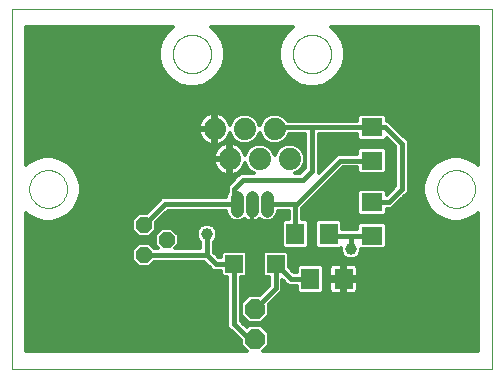
<source format=gtl>
G75*
G70*
%OFA0B0*%
%FSLAX24Y24*%
%IPPOS*%
%LPD*%
%AMOC8*
5,1,8,0,0,1.08239X$1,22.5*
%
%ADD10C,0.0000*%
%ADD11C,0.0436*%
%ADD12R,0.0709X0.0630*%
%ADD13R,0.0630X0.0709*%
%ADD14OC8,0.0520*%
%ADD15R,0.0591X0.0591*%
%ADD16C,0.0740*%
%ADD17OC8,0.0660*%
%ADD18C,0.0160*%
%ADD19C,0.0120*%
%ADD20C,0.0396*%
D10*
X000100Y000100D02*
X000100Y012100D01*
X016100Y012100D01*
X016100Y000100D01*
X000100Y000100D01*
X000670Y006100D02*
X000672Y006150D01*
X000678Y006200D01*
X000688Y006249D01*
X000702Y006297D01*
X000719Y006344D01*
X000740Y006389D01*
X000765Y006433D01*
X000793Y006474D01*
X000825Y006513D01*
X000859Y006550D01*
X000896Y006584D01*
X000936Y006614D01*
X000978Y006641D01*
X001022Y006665D01*
X001068Y006686D01*
X001115Y006702D01*
X001163Y006715D01*
X001213Y006724D01*
X001262Y006729D01*
X001313Y006730D01*
X001363Y006727D01*
X001412Y006720D01*
X001461Y006709D01*
X001509Y006694D01*
X001555Y006676D01*
X001600Y006654D01*
X001643Y006628D01*
X001684Y006599D01*
X001723Y006567D01*
X001759Y006532D01*
X001791Y006494D01*
X001821Y006454D01*
X001848Y006411D01*
X001871Y006367D01*
X001890Y006321D01*
X001906Y006273D01*
X001918Y006224D01*
X001926Y006175D01*
X001930Y006125D01*
X001930Y006075D01*
X001926Y006025D01*
X001918Y005976D01*
X001906Y005927D01*
X001890Y005879D01*
X001871Y005833D01*
X001848Y005789D01*
X001821Y005746D01*
X001791Y005706D01*
X001759Y005668D01*
X001723Y005633D01*
X001684Y005601D01*
X001643Y005572D01*
X001600Y005546D01*
X001555Y005524D01*
X001509Y005506D01*
X001461Y005491D01*
X001412Y005480D01*
X001363Y005473D01*
X001313Y005470D01*
X001262Y005471D01*
X001213Y005476D01*
X001163Y005485D01*
X001115Y005498D01*
X001068Y005514D01*
X001022Y005535D01*
X000978Y005559D01*
X000936Y005586D01*
X000896Y005616D01*
X000859Y005650D01*
X000825Y005687D01*
X000793Y005726D01*
X000765Y005767D01*
X000740Y005811D01*
X000719Y005856D01*
X000702Y005903D01*
X000688Y005951D01*
X000678Y006000D01*
X000672Y006050D01*
X000670Y006100D01*
X005460Y010600D02*
X005462Y010650D01*
X005468Y010700D01*
X005478Y010749D01*
X005491Y010798D01*
X005509Y010845D01*
X005530Y010891D01*
X005554Y010934D01*
X005582Y010976D01*
X005613Y011016D01*
X005647Y011053D01*
X005684Y011087D01*
X005724Y011118D01*
X005766Y011146D01*
X005809Y011170D01*
X005855Y011191D01*
X005902Y011209D01*
X005951Y011222D01*
X006000Y011232D01*
X006050Y011238D01*
X006100Y011240D01*
X006150Y011238D01*
X006200Y011232D01*
X006249Y011222D01*
X006298Y011209D01*
X006345Y011191D01*
X006391Y011170D01*
X006434Y011146D01*
X006476Y011118D01*
X006516Y011087D01*
X006553Y011053D01*
X006587Y011016D01*
X006618Y010976D01*
X006646Y010934D01*
X006670Y010891D01*
X006691Y010845D01*
X006709Y010798D01*
X006722Y010749D01*
X006732Y010700D01*
X006738Y010650D01*
X006740Y010600D01*
X006738Y010550D01*
X006732Y010500D01*
X006722Y010451D01*
X006709Y010402D01*
X006691Y010355D01*
X006670Y010309D01*
X006646Y010266D01*
X006618Y010224D01*
X006587Y010184D01*
X006553Y010147D01*
X006516Y010113D01*
X006476Y010082D01*
X006434Y010054D01*
X006391Y010030D01*
X006345Y010009D01*
X006298Y009991D01*
X006249Y009978D01*
X006200Y009968D01*
X006150Y009962D01*
X006100Y009960D01*
X006050Y009962D01*
X006000Y009968D01*
X005951Y009978D01*
X005902Y009991D01*
X005855Y010009D01*
X005809Y010030D01*
X005766Y010054D01*
X005724Y010082D01*
X005684Y010113D01*
X005647Y010147D01*
X005613Y010184D01*
X005582Y010224D01*
X005554Y010266D01*
X005530Y010309D01*
X005509Y010355D01*
X005491Y010402D01*
X005478Y010451D01*
X005468Y010500D01*
X005462Y010550D01*
X005460Y010600D01*
X009460Y010600D02*
X009462Y010650D01*
X009468Y010700D01*
X009478Y010749D01*
X009491Y010798D01*
X009509Y010845D01*
X009530Y010891D01*
X009554Y010934D01*
X009582Y010976D01*
X009613Y011016D01*
X009647Y011053D01*
X009684Y011087D01*
X009724Y011118D01*
X009766Y011146D01*
X009809Y011170D01*
X009855Y011191D01*
X009902Y011209D01*
X009951Y011222D01*
X010000Y011232D01*
X010050Y011238D01*
X010100Y011240D01*
X010150Y011238D01*
X010200Y011232D01*
X010249Y011222D01*
X010298Y011209D01*
X010345Y011191D01*
X010391Y011170D01*
X010434Y011146D01*
X010476Y011118D01*
X010516Y011087D01*
X010553Y011053D01*
X010587Y011016D01*
X010618Y010976D01*
X010646Y010934D01*
X010670Y010891D01*
X010691Y010845D01*
X010709Y010798D01*
X010722Y010749D01*
X010732Y010700D01*
X010738Y010650D01*
X010740Y010600D01*
X010738Y010550D01*
X010732Y010500D01*
X010722Y010451D01*
X010709Y010402D01*
X010691Y010355D01*
X010670Y010309D01*
X010646Y010266D01*
X010618Y010224D01*
X010587Y010184D01*
X010553Y010147D01*
X010516Y010113D01*
X010476Y010082D01*
X010434Y010054D01*
X010391Y010030D01*
X010345Y010009D01*
X010298Y009991D01*
X010249Y009978D01*
X010200Y009968D01*
X010150Y009962D01*
X010100Y009960D01*
X010050Y009962D01*
X010000Y009968D01*
X009951Y009978D01*
X009902Y009991D01*
X009855Y010009D01*
X009809Y010030D01*
X009766Y010054D01*
X009724Y010082D01*
X009684Y010113D01*
X009647Y010147D01*
X009613Y010184D01*
X009582Y010224D01*
X009554Y010266D01*
X009530Y010309D01*
X009509Y010355D01*
X009491Y010402D01*
X009478Y010451D01*
X009468Y010500D01*
X009462Y010550D01*
X009460Y010600D01*
X014270Y006100D02*
X014272Y006150D01*
X014278Y006200D01*
X014288Y006249D01*
X014302Y006297D01*
X014319Y006344D01*
X014340Y006389D01*
X014365Y006433D01*
X014393Y006474D01*
X014425Y006513D01*
X014459Y006550D01*
X014496Y006584D01*
X014536Y006614D01*
X014578Y006641D01*
X014622Y006665D01*
X014668Y006686D01*
X014715Y006702D01*
X014763Y006715D01*
X014813Y006724D01*
X014862Y006729D01*
X014913Y006730D01*
X014963Y006727D01*
X015012Y006720D01*
X015061Y006709D01*
X015109Y006694D01*
X015155Y006676D01*
X015200Y006654D01*
X015243Y006628D01*
X015284Y006599D01*
X015323Y006567D01*
X015359Y006532D01*
X015391Y006494D01*
X015421Y006454D01*
X015448Y006411D01*
X015471Y006367D01*
X015490Y006321D01*
X015506Y006273D01*
X015518Y006224D01*
X015526Y006175D01*
X015530Y006125D01*
X015530Y006075D01*
X015526Y006025D01*
X015518Y005976D01*
X015506Y005927D01*
X015490Y005879D01*
X015471Y005833D01*
X015448Y005789D01*
X015421Y005746D01*
X015391Y005706D01*
X015359Y005668D01*
X015323Y005633D01*
X015284Y005601D01*
X015243Y005572D01*
X015200Y005546D01*
X015155Y005524D01*
X015109Y005506D01*
X015061Y005491D01*
X015012Y005480D01*
X014963Y005473D01*
X014913Y005470D01*
X014862Y005471D01*
X014813Y005476D01*
X014763Y005485D01*
X014715Y005498D01*
X014668Y005514D01*
X014622Y005535D01*
X014578Y005559D01*
X014536Y005586D01*
X014496Y005616D01*
X014459Y005650D01*
X014425Y005687D01*
X014393Y005726D01*
X014365Y005767D01*
X014340Y005811D01*
X014319Y005856D01*
X014302Y005903D01*
X014288Y005951D01*
X014278Y006000D01*
X014272Y006050D01*
X014270Y006100D01*
D11*
X008600Y005818D02*
X008600Y005382D01*
X008100Y005382D02*
X008100Y005818D01*
X007600Y005818D02*
X007600Y005382D01*
D12*
X012100Y005651D03*
X012100Y004549D03*
X012100Y007049D03*
X012100Y008151D03*
D13*
X010651Y004600D03*
X009549Y004600D03*
X010049Y003100D03*
X011151Y003100D03*
D14*
X005250Y004400D03*
X004500Y003900D03*
X004500Y004900D03*
D15*
X007511Y003600D03*
X008889Y003600D03*
D16*
X009350Y007100D03*
X008350Y007100D03*
X007350Y007100D03*
X006850Y008100D03*
X007850Y008100D03*
X008850Y008100D03*
D17*
X008200Y002100D03*
X008200Y001100D03*
D18*
X008000Y001100D01*
X007500Y001600D01*
X007500Y003589D01*
X007511Y003600D01*
X006900Y003600D01*
X006600Y003900D01*
X004500Y003900D01*
X004500Y004900D02*
X005200Y005600D01*
X007600Y005600D01*
X007510Y005690D01*
X007510Y006110D01*
X007800Y006400D01*
X009800Y006400D01*
X010100Y006700D01*
X010100Y008151D01*
X008901Y008151D01*
X008850Y008100D01*
X010100Y008151D02*
X012100Y008151D01*
X012549Y008151D01*
X013100Y007600D01*
X013100Y006100D01*
X012651Y005651D01*
X012100Y005651D01*
X012100Y004549D02*
X011400Y004549D01*
X011400Y004100D01*
X011400Y004549D02*
X010702Y004549D01*
X010651Y004600D01*
X010600Y004549D01*
X009549Y004600D02*
X009549Y005549D01*
X009498Y005600D01*
X008600Y005600D01*
X009549Y005549D02*
X011049Y007049D01*
X012100Y007049D01*
X008900Y003600D02*
X009400Y003100D01*
X010049Y003100D01*
X008889Y002789D02*
X008200Y002100D01*
X008889Y002789D02*
X008889Y003600D01*
X008900Y003600D01*
X006600Y003900D02*
X006600Y004600D01*
X006850Y008100D02*
X006799Y008151D01*
D19*
X006810Y008140D02*
X006810Y008630D01*
X006808Y008630D01*
X006726Y008617D01*
X006647Y008591D01*
X006572Y008553D01*
X006505Y008504D01*
X006446Y008445D01*
X006397Y008378D01*
X006359Y008303D01*
X006333Y008224D01*
X006320Y008142D01*
X006320Y008140D01*
X006810Y008140D01*
X006890Y008140D01*
X006890Y008630D01*
X006892Y008630D01*
X006974Y008617D01*
X007053Y008591D01*
X007128Y008553D01*
X007195Y008504D01*
X007254Y008445D01*
X007303Y008378D01*
X007341Y008303D01*
X007359Y008248D01*
X007418Y008389D01*
X007561Y008532D01*
X007749Y008610D01*
X007951Y008610D01*
X008139Y008532D01*
X008282Y008389D01*
X008350Y008226D01*
X008418Y008389D01*
X008561Y008532D01*
X008749Y008610D01*
X008951Y008610D01*
X009139Y008532D01*
X009282Y008389D01*
X009290Y008371D01*
X011606Y008371D01*
X011606Y008524D01*
X011688Y008606D01*
X012512Y008606D01*
X012594Y008524D01*
X012594Y008371D01*
X012640Y008371D01*
X013191Y007820D01*
X013320Y007691D01*
X013320Y006009D01*
X013191Y005880D01*
X012742Y005431D01*
X012594Y005431D01*
X012594Y005278D01*
X012512Y005196D01*
X011688Y005196D01*
X011606Y005278D01*
X011606Y006024D01*
X011688Y006106D01*
X012512Y006106D01*
X012594Y006024D01*
X012594Y005905D01*
X012880Y006191D01*
X012880Y007509D01*
X012594Y007795D01*
X012594Y007778D01*
X012512Y007696D01*
X011688Y007696D01*
X011606Y007778D01*
X011606Y007931D01*
X010320Y007931D01*
X010320Y006631D01*
X010829Y007140D01*
X010958Y007269D01*
X011606Y007269D01*
X011606Y007422D01*
X011688Y007504D01*
X012512Y007504D01*
X012594Y007422D01*
X012594Y006676D01*
X012512Y006594D01*
X011688Y006594D01*
X011606Y006676D01*
X011606Y006829D01*
X011140Y006829D01*
X009769Y005458D01*
X009769Y005094D01*
X009922Y005094D01*
X010004Y005012D01*
X010004Y004188D01*
X009922Y004106D01*
X009176Y004106D01*
X009094Y004188D01*
X009094Y005012D01*
X009176Y005094D01*
X009329Y005094D01*
X009329Y005380D01*
X008958Y005380D01*
X008958Y005311D01*
X008904Y005179D01*
X008803Y005078D01*
X008671Y005024D01*
X008529Y005024D01*
X008397Y005078D01*
X008364Y005111D01*
X008341Y005088D01*
X008279Y005047D01*
X008210Y005018D01*
X008137Y005004D01*
X008100Y005004D01*
X008100Y005600D01*
X008100Y005004D01*
X008063Y005004D01*
X007990Y005018D01*
X007921Y005047D01*
X007859Y005088D01*
X007836Y005111D01*
X007803Y005078D01*
X007671Y005024D01*
X007529Y005024D01*
X007397Y005078D01*
X007296Y005179D01*
X007242Y005311D01*
X007242Y005380D01*
X005291Y005380D01*
X004900Y004989D01*
X004900Y004734D01*
X004666Y004500D01*
X004334Y004500D01*
X004100Y004734D01*
X004100Y005066D01*
X004334Y005300D01*
X004589Y005300D01*
X005109Y005820D01*
X007242Y005820D01*
X007242Y005889D01*
X007290Y006005D01*
X007290Y006201D01*
X007580Y006491D01*
X007709Y006620D01*
X008176Y006620D01*
X008061Y006668D01*
X007918Y006811D01*
X007795Y006811D01*
X007803Y006822D02*
X007841Y006897D01*
X007859Y006952D01*
X007918Y006811D01*
X007803Y006822D02*
X007754Y006755D01*
X007695Y006696D01*
X007628Y006647D01*
X007553Y006609D01*
X007474Y006583D01*
X007392Y006570D01*
X007390Y006570D01*
X007390Y007060D01*
X007310Y007060D01*
X007310Y006570D01*
X007308Y006570D01*
X007226Y006583D01*
X007147Y006609D01*
X007072Y006647D01*
X007005Y006696D01*
X006946Y006755D01*
X006897Y006822D01*
X006859Y006897D01*
X006833Y006976D01*
X006820Y007058D01*
X006820Y007060D01*
X007310Y007060D01*
X007310Y007140D01*
X007310Y007630D01*
X007308Y007630D01*
X007226Y007617D01*
X007147Y007591D01*
X007072Y007553D01*
X007005Y007504D01*
X006946Y007445D01*
X006897Y007378D01*
X006859Y007303D01*
X006833Y007224D01*
X006820Y007142D01*
X006820Y007140D01*
X007310Y007140D01*
X007390Y007140D01*
X007390Y007630D01*
X007392Y007630D01*
X007474Y007617D01*
X007553Y007591D01*
X007628Y007553D01*
X007695Y007504D01*
X007754Y007445D01*
X007803Y007378D01*
X007841Y007303D01*
X007859Y007248D01*
X007918Y007389D01*
X008061Y007532D01*
X008249Y007610D01*
X008451Y007610D01*
X008639Y007532D01*
X008782Y007389D01*
X008850Y007226D01*
X008918Y007389D01*
X009061Y007532D01*
X009249Y007610D01*
X009451Y007610D01*
X009639Y007532D01*
X009782Y007389D01*
X009860Y007201D01*
X009860Y006999D01*
X009782Y006811D01*
X009880Y006811D01*
X009880Y006791D02*
X009709Y006620D01*
X009524Y006620D01*
X009639Y006668D01*
X009782Y006811D01*
X009880Y006791D02*
X009880Y007931D01*
X009332Y007931D01*
X009282Y007811D01*
X009139Y007668D01*
X008951Y007590D01*
X008749Y007590D01*
X008561Y007668D01*
X008418Y007811D01*
X008350Y007974D01*
X008282Y007811D01*
X008139Y007668D01*
X007951Y007590D01*
X007749Y007590D01*
X007561Y007668D01*
X007418Y007811D01*
X007359Y007952D01*
X007341Y007897D01*
X007303Y007822D01*
X007254Y007755D01*
X007195Y007696D01*
X007128Y007647D01*
X007053Y007609D01*
X006974Y007583D01*
X006892Y007570D01*
X006890Y007570D01*
X006890Y008060D01*
X006810Y008060D01*
X006810Y007570D01*
X006808Y007570D01*
X006726Y007583D01*
X006647Y007609D01*
X006572Y007647D01*
X006505Y007696D01*
X006446Y007755D01*
X006397Y007822D01*
X006359Y007897D01*
X006333Y007976D01*
X006320Y008058D01*
X006320Y008060D01*
X006810Y008060D01*
X006810Y008140D01*
X006810Y008115D02*
X000560Y008115D01*
X000560Y008233D02*
X006336Y008233D01*
X006383Y008352D02*
X000560Y008352D01*
X000560Y008470D02*
X006470Y008470D01*
X006641Y008589D02*
X000560Y008589D01*
X000560Y008707D02*
X015640Y008707D01*
X015640Y008589D02*
X012530Y008589D01*
X012594Y008470D02*
X015640Y008470D01*
X015640Y008352D02*
X012660Y008352D01*
X012778Y008233D02*
X015640Y008233D01*
X015640Y008115D02*
X012897Y008115D01*
X013015Y007996D02*
X015640Y007996D01*
X015640Y007878D02*
X013134Y007878D01*
X013252Y007759D02*
X015640Y007759D01*
X015640Y007641D02*
X013320Y007641D01*
X013320Y007522D02*
X015640Y007522D01*
X015640Y007404D02*
X013320Y007404D01*
X013320Y007285D02*
X015640Y007285D01*
X015640Y007167D02*
X015131Y007167D01*
X015043Y007190D02*
X014757Y007190D01*
X014479Y007116D01*
X014231Y006972D01*
X014028Y006769D01*
X013884Y006521D01*
X013810Y006243D01*
X013810Y005957D01*
X013884Y005679D01*
X014028Y005431D01*
X014231Y005228D01*
X014479Y005084D01*
X014757Y005010D01*
X015043Y005010D01*
X015321Y005084D01*
X015569Y005228D01*
X015640Y005299D01*
X015640Y000700D01*
X008465Y000700D01*
X008670Y000905D01*
X008670Y001295D01*
X008395Y001570D01*
X008005Y001570D01*
X007923Y001488D01*
X007720Y001691D01*
X007720Y003165D01*
X007864Y003165D01*
X007946Y003247D01*
X007946Y003953D01*
X007864Y004035D01*
X007158Y004035D01*
X007076Y003953D01*
X007076Y003820D01*
X006991Y003820D01*
X006820Y003991D01*
X006820Y004342D01*
X006887Y004408D01*
X006938Y004533D01*
X006938Y004667D01*
X006887Y004792D01*
X006792Y004887D01*
X006667Y004938D01*
X006533Y004938D01*
X006408Y004887D01*
X006313Y004792D01*
X006262Y004667D01*
X006262Y004533D01*
X006313Y004408D01*
X006380Y004342D01*
X006380Y004120D01*
X005536Y004120D01*
X005650Y004234D01*
X005650Y004566D01*
X005416Y004800D01*
X005084Y004800D01*
X004850Y004566D01*
X004850Y004234D01*
X004964Y004120D01*
X004846Y004120D01*
X004666Y004300D01*
X004334Y004300D01*
X004100Y004066D01*
X004100Y003734D01*
X004334Y003500D01*
X004666Y003500D01*
X004846Y003680D01*
X006509Y003680D01*
X006809Y003380D01*
X007076Y003380D01*
X007076Y003247D01*
X007158Y003165D01*
X007280Y003165D01*
X007280Y001509D01*
X007409Y001380D01*
X007730Y001059D01*
X007730Y000905D01*
X007935Y000700D01*
X000560Y000700D01*
X000560Y005299D01*
X000631Y005228D01*
X000879Y005084D01*
X001157Y005010D01*
X001443Y005010D01*
X001721Y005084D01*
X001969Y005228D01*
X002172Y005431D01*
X002316Y005679D01*
X002390Y005957D01*
X002390Y006243D01*
X002316Y006521D01*
X002172Y006769D01*
X001969Y006972D01*
X001721Y007116D01*
X001443Y007190D01*
X001157Y007190D01*
X000879Y007116D01*
X000631Y006972D01*
X000560Y006901D01*
X000560Y011500D01*
X005459Y011500D01*
X005425Y011480D01*
X005220Y011275D01*
X005075Y011025D01*
X005000Y010745D01*
X005000Y010455D01*
X005075Y010175D01*
X005220Y009925D01*
X005425Y009720D01*
X005675Y009575D01*
X005955Y009500D01*
X006245Y009500D01*
X006525Y009575D01*
X006775Y009720D01*
X006980Y009925D01*
X007125Y010175D01*
X007200Y010455D01*
X007200Y010745D01*
X007125Y011025D01*
X006980Y011275D01*
X006775Y011480D01*
X006741Y011500D01*
X009459Y011500D01*
X009425Y011480D01*
X009220Y011275D01*
X009075Y011025D01*
X009000Y010745D01*
X009000Y010455D01*
X009075Y010175D01*
X009220Y009925D01*
X009425Y009720D01*
X009675Y009575D01*
X009955Y009500D01*
X010245Y009500D01*
X010525Y009575D01*
X010775Y009720D01*
X010980Y009925D01*
X011125Y010175D01*
X011200Y010455D01*
X011200Y010745D01*
X011125Y011025D01*
X010980Y011275D01*
X010775Y011480D01*
X010741Y011500D01*
X015640Y011500D01*
X015640Y006901D01*
X015569Y006972D01*
X015321Y007116D01*
X015043Y007190D01*
X014669Y007167D02*
X013320Y007167D01*
X013320Y007048D02*
X014362Y007048D01*
X014188Y006930D02*
X013320Y006930D01*
X013320Y006811D02*
X014070Y006811D01*
X013984Y006693D02*
X013320Y006693D01*
X013320Y006574D02*
X013915Y006574D01*
X013867Y006456D02*
X013320Y006456D01*
X013320Y006337D02*
X013835Y006337D01*
X013810Y006219D02*
X013320Y006219D01*
X013320Y006100D02*
X013810Y006100D01*
X013810Y005981D02*
X013293Y005981D01*
X013174Y005863D02*
X013835Y005863D01*
X013867Y005744D02*
X013056Y005744D01*
X012937Y005626D02*
X013915Y005626D01*
X013984Y005507D02*
X012819Y005507D01*
X012594Y005389D02*
X014070Y005389D01*
X014188Y005270D02*
X012587Y005270D01*
X012512Y005004D02*
X012594Y004922D01*
X012594Y004176D01*
X012512Y004094D01*
X011738Y004094D01*
X011738Y004033D01*
X011687Y003908D01*
X011592Y003813D01*
X011467Y003762D01*
X011333Y003762D01*
X011208Y003813D01*
X011113Y003908D01*
X011062Y004033D01*
X011062Y004143D01*
X011024Y004106D01*
X010278Y004106D01*
X010196Y004188D01*
X010196Y005012D01*
X010278Y005094D01*
X011024Y005094D01*
X011106Y005012D01*
X011106Y004769D01*
X011606Y004769D01*
X011606Y004922D01*
X011688Y005004D01*
X012512Y005004D01*
X012594Y004915D02*
X015640Y004915D01*
X015640Y005033D02*
X015131Y005033D01*
X015438Y005152D02*
X015640Y005152D01*
X015640Y005270D02*
X015612Y005270D01*
X015640Y004796D02*
X012594Y004796D01*
X012594Y004678D02*
X015640Y004678D01*
X015640Y004559D02*
X012594Y004559D01*
X012594Y004441D02*
X015640Y004441D01*
X015640Y004322D02*
X012594Y004322D01*
X012594Y004204D02*
X015640Y004204D01*
X015640Y004085D02*
X011738Y004085D01*
X011711Y003967D02*
X015640Y003967D01*
X015640Y003848D02*
X011627Y003848D01*
X011528Y003603D02*
X011487Y003614D01*
X011211Y003614D01*
X011211Y003160D01*
X011091Y003160D01*
X011091Y003040D01*
X010676Y003040D01*
X010676Y002725D01*
X010687Y002684D01*
X010708Y002647D01*
X010738Y002618D01*
X010774Y002597D01*
X010815Y002586D01*
X011091Y002586D01*
X011091Y003040D01*
X011211Y003040D01*
X011211Y002586D01*
X011487Y002586D01*
X011528Y002597D01*
X011564Y002618D01*
X011594Y002647D01*
X011615Y002684D01*
X011626Y002725D01*
X011626Y003040D01*
X011211Y003040D01*
X011211Y003160D01*
X011626Y003160D01*
X011626Y003475D01*
X011615Y003516D01*
X011594Y003553D01*
X011564Y003582D01*
X011528Y003603D01*
X011498Y003611D02*
X015640Y003611D01*
X015640Y003493D02*
X011621Y003493D01*
X011626Y003374D02*
X015640Y003374D01*
X015640Y003256D02*
X011626Y003256D01*
X011626Y003019D02*
X015640Y003019D01*
X015640Y003137D02*
X011211Y003137D01*
X011211Y003019D02*
X011091Y003019D01*
X011091Y003137D02*
X010504Y003137D01*
X010504Y003019D02*
X010676Y003019D01*
X010676Y002900D02*
X010504Y002900D01*
X010504Y002782D02*
X010676Y002782D01*
X010699Y002663D02*
X010480Y002663D01*
X010504Y002688D02*
X010504Y003512D01*
X010422Y003594D01*
X009676Y003594D01*
X009594Y003512D01*
X009594Y003320D01*
X009491Y003320D01*
X009324Y003487D01*
X009324Y003953D01*
X009242Y004035D01*
X008536Y004035D01*
X008454Y003953D01*
X008454Y003247D01*
X008536Y003165D01*
X008669Y003165D01*
X008669Y002880D01*
X008359Y002570D01*
X008005Y002570D01*
X007730Y002295D01*
X007730Y001905D01*
X008005Y001630D01*
X008395Y001630D01*
X008670Y001905D01*
X008670Y002259D01*
X009109Y002698D01*
X009109Y003080D01*
X009180Y003009D01*
X009309Y002880D01*
X009594Y002880D01*
X009594Y002688D01*
X009676Y002606D01*
X010422Y002606D01*
X010504Y002688D01*
X010676Y003160D02*
X011091Y003160D01*
X011091Y003614D01*
X010815Y003614D01*
X010774Y003603D01*
X010738Y003582D01*
X010708Y003553D01*
X010687Y003516D01*
X010676Y003475D01*
X010676Y003160D01*
X010676Y003256D02*
X010504Y003256D01*
X010504Y003374D02*
X010676Y003374D01*
X010681Y003493D02*
X010504Y003493D01*
X010805Y003611D02*
X009324Y003611D01*
X009324Y003493D02*
X009594Y003493D01*
X009594Y003374D02*
X009437Y003374D01*
X009324Y003730D02*
X015640Y003730D01*
X015640Y002900D02*
X011626Y002900D01*
X011626Y002782D02*
X015640Y002782D01*
X015640Y002663D02*
X011603Y002663D01*
X011211Y002663D02*
X011091Y002663D01*
X011091Y002782D02*
X011211Y002782D01*
X011211Y002900D02*
X011091Y002900D01*
X011091Y003256D02*
X011211Y003256D01*
X011211Y003374D02*
X011091Y003374D01*
X011091Y003493D02*
X011211Y003493D01*
X011211Y003611D02*
X011091Y003611D01*
X011173Y003848D02*
X009324Y003848D01*
X009311Y003967D02*
X011089Y003967D01*
X011062Y004085D02*
X006820Y004085D01*
X006820Y004204D02*
X009094Y004204D01*
X009094Y004322D02*
X006820Y004322D01*
X006900Y004441D02*
X009094Y004441D01*
X009094Y004559D02*
X006938Y004559D01*
X006934Y004678D02*
X009094Y004678D01*
X009094Y004796D02*
X006882Y004796D01*
X006723Y004915D02*
X009094Y004915D01*
X009115Y005033D02*
X008695Y005033D01*
X008505Y005033D02*
X008247Y005033D01*
X008100Y005033D02*
X008100Y005033D01*
X008100Y005152D02*
X008100Y005152D01*
X008100Y005270D02*
X008100Y005270D01*
X008100Y005389D02*
X008100Y005389D01*
X008100Y005507D02*
X008100Y005507D01*
X008100Y005600D02*
X008100Y005600D01*
X007953Y005033D02*
X007695Y005033D01*
X007505Y005033D02*
X004945Y005033D01*
X004900Y004915D02*
X006477Y004915D01*
X006318Y004796D02*
X005419Y004796D01*
X005538Y004678D02*
X006266Y004678D01*
X006262Y004559D02*
X005650Y004559D01*
X005650Y004441D02*
X006300Y004441D01*
X006380Y004322D02*
X005650Y004322D01*
X005620Y004204D02*
X006380Y004204D01*
X006844Y003967D02*
X007089Y003967D01*
X007076Y003848D02*
X006963Y003848D01*
X006696Y003493D02*
X000560Y003493D01*
X000560Y003611D02*
X004223Y003611D01*
X004104Y003730D02*
X000560Y003730D01*
X000560Y003848D02*
X004100Y003848D01*
X004100Y003967D02*
X000560Y003967D01*
X000560Y004085D02*
X004120Y004085D01*
X004238Y004204D02*
X000560Y004204D01*
X000560Y004322D02*
X004850Y004322D01*
X004850Y004441D02*
X000560Y004441D01*
X000560Y004559D02*
X004275Y004559D01*
X004156Y004678D02*
X000560Y004678D01*
X000560Y004796D02*
X004100Y004796D01*
X004100Y004915D02*
X000560Y004915D01*
X000560Y005033D02*
X001069Y005033D01*
X000762Y005152D02*
X000560Y005152D01*
X000560Y005270D02*
X000588Y005270D01*
X001531Y005033D02*
X004100Y005033D01*
X004186Y005152D02*
X001838Y005152D01*
X002012Y005270D02*
X004305Y005270D01*
X004678Y005389D02*
X002130Y005389D01*
X002216Y005507D02*
X004796Y005507D01*
X004915Y005626D02*
X002285Y005626D01*
X002333Y005744D02*
X005033Y005744D01*
X005182Y005270D02*
X007259Y005270D01*
X007323Y005152D02*
X005063Y005152D01*
X005081Y004796D02*
X004900Y004796D01*
X004844Y004678D02*
X004962Y004678D01*
X004850Y004559D02*
X004725Y004559D01*
X004762Y004204D02*
X004880Y004204D01*
X004777Y003611D02*
X006577Y003611D01*
X007076Y003374D02*
X000560Y003374D01*
X000560Y003256D02*
X007076Y003256D01*
X007280Y003137D02*
X000560Y003137D01*
X000560Y003019D02*
X007280Y003019D01*
X007280Y002900D02*
X000560Y002900D01*
X000560Y002782D02*
X007280Y002782D01*
X007280Y002663D02*
X000560Y002663D01*
X000560Y002545D02*
X007280Y002545D01*
X007280Y002426D02*
X000560Y002426D01*
X000560Y002308D02*
X007280Y002308D01*
X007280Y002189D02*
X000560Y002189D01*
X000560Y002071D02*
X007280Y002071D01*
X007280Y001952D02*
X000560Y001952D01*
X000560Y001834D02*
X007280Y001834D01*
X007280Y001715D02*
X000560Y001715D01*
X000560Y001597D02*
X007280Y001597D01*
X007310Y001478D02*
X000560Y001478D01*
X000560Y001360D02*
X007429Y001360D01*
X007547Y001241D02*
X000560Y001241D01*
X000560Y001123D02*
X007666Y001123D01*
X007730Y001004D02*
X000560Y001004D01*
X000560Y000886D02*
X007749Y000886D01*
X007868Y000767D02*
X000560Y000767D01*
X002365Y005863D02*
X007242Y005863D01*
X007280Y005981D02*
X002390Y005981D01*
X002390Y006100D02*
X007290Y006100D01*
X007307Y006219D02*
X002390Y006219D01*
X002365Y006337D02*
X007426Y006337D01*
X007544Y006456D02*
X002333Y006456D01*
X002285Y006574D02*
X007283Y006574D01*
X007310Y006574D02*
X007390Y006574D01*
X007417Y006574D02*
X007663Y006574D01*
X007691Y006693D02*
X008036Y006693D01*
X007869Y006930D02*
X007852Y006930D01*
X007847Y007285D02*
X007875Y007285D01*
X007932Y007404D02*
X007785Y007404D01*
X007671Y007522D02*
X008051Y007522D01*
X008073Y007641D02*
X008627Y007641D01*
X008649Y007522D02*
X009051Y007522D01*
X009073Y007641D02*
X009880Y007641D01*
X009880Y007759D02*
X009230Y007759D01*
X009310Y007878D02*
X009880Y007878D01*
X009880Y007522D02*
X009649Y007522D01*
X009768Y007404D02*
X009880Y007404D01*
X009880Y007285D02*
X009825Y007285D01*
X009860Y007167D02*
X009880Y007167D01*
X009880Y007048D02*
X009860Y007048D01*
X009880Y006930D02*
X009831Y006930D01*
X009781Y006693D02*
X009664Y006693D01*
X010320Y006693D02*
X010381Y006693D01*
X010320Y006811D02*
X010500Y006811D01*
X010618Y006930D02*
X010320Y006930D01*
X010320Y007048D02*
X010737Y007048D01*
X010855Y007167D02*
X010320Y007167D01*
X010320Y007285D02*
X011606Y007285D01*
X011606Y007404D02*
X010320Y007404D01*
X010320Y007522D02*
X012867Y007522D01*
X012880Y007404D02*
X012594Y007404D01*
X012594Y007285D02*
X012880Y007285D01*
X012880Y007167D02*
X012594Y007167D01*
X012594Y007048D02*
X012880Y007048D01*
X012880Y006930D02*
X012594Y006930D01*
X012594Y006811D02*
X012880Y006811D01*
X012880Y006693D02*
X012594Y006693D01*
X012880Y006574D02*
X010885Y006574D01*
X010767Y006456D02*
X012880Y006456D01*
X012880Y006337D02*
X010648Y006337D01*
X010530Y006219D02*
X012880Y006219D01*
X012789Y006100D02*
X012518Y006100D01*
X012594Y005981D02*
X012670Y005981D01*
X011682Y006100D02*
X010411Y006100D01*
X010293Y005981D02*
X011606Y005981D01*
X011606Y005863D02*
X010174Y005863D01*
X010056Y005744D02*
X011606Y005744D01*
X011606Y005626D02*
X009937Y005626D01*
X009819Y005507D02*
X011606Y005507D01*
X011606Y005389D02*
X009769Y005389D01*
X009769Y005270D02*
X011613Y005270D01*
X011606Y004915D02*
X011106Y004915D01*
X011106Y004796D02*
X011606Y004796D01*
X011085Y005033D02*
X014669Y005033D01*
X014362Y005152D02*
X009769Y005152D01*
X009983Y005033D02*
X010217Y005033D01*
X010196Y004915D02*
X010004Y004915D01*
X010004Y004796D02*
X010196Y004796D01*
X010196Y004678D02*
X010004Y004678D01*
X010004Y004559D02*
X010196Y004559D01*
X010196Y004441D02*
X010004Y004441D01*
X010004Y004322D02*
X010196Y004322D01*
X010196Y004204D02*
X010004Y004204D01*
X009329Y005152D02*
X008877Y005152D01*
X008941Y005270D02*
X009329Y005270D01*
X008467Y003967D02*
X007933Y003967D01*
X007946Y003848D02*
X008454Y003848D01*
X008454Y003730D02*
X007946Y003730D01*
X007946Y003611D02*
X008454Y003611D01*
X008454Y003493D02*
X007946Y003493D01*
X007946Y003374D02*
X008454Y003374D01*
X008454Y003256D02*
X007946Y003256D01*
X007720Y003137D02*
X008669Y003137D01*
X008669Y003019D02*
X007720Y003019D01*
X007720Y002900D02*
X008669Y002900D01*
X008571Y002782D02*
X007720Y002782D01*
X007720Y002663D02*
X008452Y002663D01*
X008838Y002426D02*
X015640Y002426D01*
X015640Y002308D02*
X008719Y002308D01*
X008670Y002189D02*
X015640Y002189D01*
X015640Y002071D02*
X008670Y002071D01*
X008670Y001952D02*
X015640Y001952D01*
X015640Y001834D02*
X008599Y001834D01*
X008480Y001715D02*
X015640Y001715D01*
X015640Y001597D02*
X007814Y001597D01*
X007720Y001715D02*
X007920Y001715D01*
X007801Y001834D02*
X007720Y001834D01*
X007720Y001952D02*
X007730Y001952D01*
X007720Y002071D02*
X007730Y002071D01*
X007720Y002189D02*
X007730Y002189D01*
X007720Y002308D02*
X007743Y002308D01*
X007720Y002426D02*
X007862Y002426D01*
X007980Y002545D02*
X007720Y002545D01*
X008956Y002545D02*
X015640Y002545D01*
X015640Y001478D02*
X008486Y001478D01*
X008605Y001360D02*
X015640Y001360D01*
X015640Y001241D02*
X008670Y001241D01*
X008670Y001123D02*
X015640Y001123D01*
X015640Y001004D02*
X008670Y001004D01*
X008651Y000886D02*
X015640Y000886D01*
X015640Y000767D02*
X008532Y000767D01*
X009075Y002663D02*
X009618Y002663D01*
X009594Y002782D02*
X009109Y002782D01*
X009109Y002900D02*
X009288Y002900D01*
X009170Y003019D02*
X009109Y003019D01*
X007390Y006693D02*
X007310Y006693D01*
X007310Y006811D02*
X007390Y006811D01*
X007390Y006930D02*
X007310Y006930D01*
X007310Y007048D02*
X007390Y007048D01*
X007390Y007167D02*
X007310Y007167D01*
X007310Y007285D02*
X007390Y007285D01*
X007390Y007404D02*
X007310Y007404D01*
X007310Y007522D02*
X007390Y007522D01*
X007470Y007759D02*
X007257Y007759D01*
X007331Y007878D02*
X007390Y007878D01*
X007627Y007641D02*
X007116Y007641D01*
X007029Y007522D02*
X000560Y007522D01*
X000560Y007404D02*
X006915Y007404D01*
X006853Y007285D02*
X000560Y007285D01*
X000560Y007167D02*
X001069Y007167D01*
X000762Y007048D02*
X000560Y007048D01*
X000560Y006930D02*
X000588Y006930D01*
X000560Y007641D02*
X006584Y007641D01*
X006443Y007759D02*
X000560Y007759D01*
X000560Y007878D02*
X006369Y007878D01*
X006330Y007996D02*
X000560Y007996D01*
X000560Y008826D02*
X015640Y008826D01*
X015640Y008944D02*
X000560Y008944D01*
X000560Y009063D02*
X015640Y009063D01*
X015640Y009181D02*
X000560Y009181D01*
X000560Y009300D02*
X015640Y009300D01*
X015640Y009418D02*
X000560Y009418D01*
X000560Y009537D02*
X005819Y009537D01*
X005537Y009655D02*
X000560Y009655D01*
X000560Y009774D02*
X005371Y009774D01*
X005252Y009892D02*
X000560Y009892D01*
X000560Y010011D02*
X005170Y010011D01*
X005102Y010129D02*
X000560Y010129D01*
X000560Y010248D02*
X005056Y010248D01*
X005024Y010366D02*
X000560Y010366D01*
X000560Y010485D02*
X005000Y010485D01*
X005000Y010603D02*
X000560Y010603D01*
X000560Y010722D02*
X005000Y010722D01*
X005026Y010840D02*
X000560Y010840D01*
X000560Y010959D02*
X005057Y010959D01*
X005105Y011077D02*
X000560Y011077D01*
X000560Y011196D02*
X005174Y011196D01*
X005258Y011314D02*
X000560Y011314D01*
X000560Y011433D02*
X005377Y011433D01*
X006823Y011433D02*
X009377Y011433D01*
X009258Y011314D02*
X006942Y011314D01*
X007026Y011196D02*
X009174Y011196D01*
X009105Y011077D02*
X007095Y011077D01*
X007143Y010959D02*
X009057Y010959D01*
X009026Y010840D02*
X007174Y010840D01*
X007200Y010722D02*
X009000Y010722D01*
X009000Y010603D02*
X007200Y010603D01*
X007200Y010485D02*
X009000Y010485D01*
X009024Y010366D02*
X007176Y010366D01*
X007144Y010248D02*
X009056Y010248D01*
X009102Y010129D02*
X007098Y010129D01*
X007030Y010011D02*
X009170Y010011D01*
X009252Y009892D02*
X006948Y009892D01*
X006829Y009774D02*
X009371Y009774D01*
X009537Y009655D02*
X006663Y009655D01*
X006381Y009537D02*
X009819Y009537D01*
X010381Y009537D02*
X015640Y009537D01*
X015640Y009655D02*
X010663Y009655D01*
X010829Y009774D02*
X015640Y009774D01*
X015640Y009892D02*
X010948Y009892D01*
X011030Y010011D02*
X015640Y010011D01*
X015640Y010129D02*
X011098Y010129D01*
X011144Y010248D02*
X015640Y010248D01*
X015640Y010366D02*
X011176Y010366D01*
X011200Y010485D02*
X015640Y010485D01*
X015640Y010603D02*
X011200Y010603D01*
X011200Y010722D02*
X015640Y010722D01*
X015640Y010840D02*
X011174Y010840D01*
X011143Y010959D02*
X015640Y010959D01*
X015640Y011077D02*
X011095Y011077D01*
X011026Y011196D02*
X015640Y011196D01*
X015640Y011314D02*
X010942Y011314D01*
X010823Y011433D02*
X015640Y011433D01*
X011670Y008589D02*
X009003Y008589D01*
X009201Y008470D02*
X011606Y008470D01*
X011606Y007878D02*
X010320Y007878D01*
X010320Y007759D02*
X011625Y007759D01*
X012575Y007759D02*
X012630Y007759D01*
X012748Y007641D02*
X010320Y007641D01*
X011122Y006811D02*
X011606Y006811D01*
X011606Y006693D02*
X011004Y006693D01*
X008932Y007404D02*
X008768Y007404D01*
X008825Y007285D02*
X008875Y007285D01*
X008470Y007759D02*
X008230Y007759D01*
X008310Y007878D02*
X008390Y007878D01*
X008353Y008233D02*
X008347Y008233D01*
X008298Y008352D02*
X008402Y008352D01*
X008499Y008470D02*
X008201Y008470D01*
X008003Y008589D02*
X008697Y008589D01*
X007697Y008589D02*
X007059Y008589D01*
X006890Y008589D02*
X006810Y008589D01*
X006810Y008470D02*
X006890Y008470D01*
X006890Y008352D02*
X006810Y008352D01*
X006810Y008233D02*
X006890Y008233D01*
X006890Y007996D02*
X006810Y007996D01*
X006810Y007878D02*
X006890Y007878D01*
X006890Y007759D02*
X006810Y007759D01*
X006810Y007641D02*
X006890Y007641D01*
X006824Y007167D02*
X001531Y007167D01*
X001838Y007048D02*
X006822Y007048D01*
X006848Y006930D02*
X002012Y006930D01*
X002130Y006811D02*
X006905Y006811D01*
X007009Y006693D02*
X002216Y006693D01*
X007230Y008470D02*
X007499Y008470D01*
X007402Y008352D02*
X007317Y008352D01*
X015438Y007048D02*
X015640Y007048D01*
X015640Y006930D02*
X015612Y006930D01*
D20*
X011400Y004100D03*
X006600Y004600D03*
M02*

</source>
